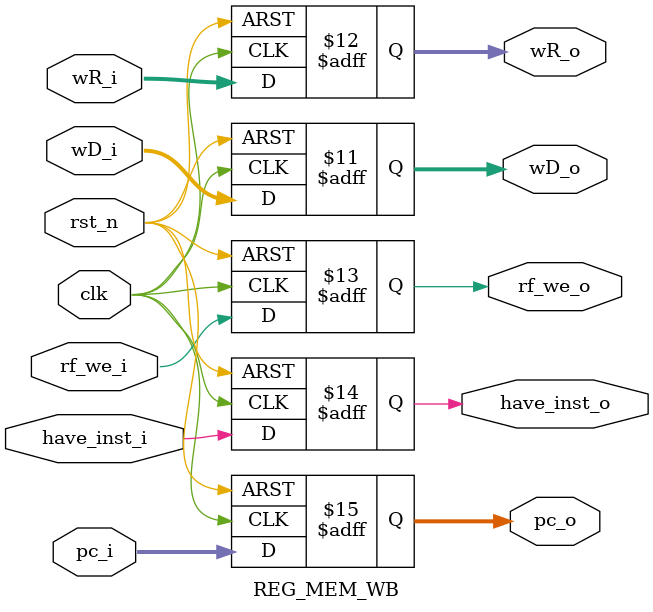
<source format=v>
module REG_MEM_WB (
    input  wire        clk        ,
    input  wire        rst_n      ,

    input  wire        rf_we_i    ,
    output reg         rf_we_o    ,

    input  wire [4:0]  wR_i       ,
    output reg  [4:0]  wR_o       ,

    input  wire [31:0] wD_i       ,
    output reg  [31:0] wD_o       ,

    // debug
    input  wire [31:0] pc_i       ,
    output reg  [31:0] pc_o       ,

    input  wire        have_inst_i,
    output reg         have_inst_o
);

always @ (posedge clk or negedge rst_n) begin
    if (~rst_n) pc_o <= 32'b0;
    else        pc_o <= pc_i;
end

always @ (posedge clk or negedge rst_n) begin
    if (~rst_n) have_inst_o <= 1'b0;
    else        have_inst_o <= have_inst_i;
end

always @ (posedge clk or negedge rst_n) begin
    if (~rst_n) rf_we_o <= 1'b0;
    else        rf_we_o <= rf_we_i;
end

always @ (posedge clk or negedge rst_n) begin
    if (~rst_n) wR_o <= 5'b0;
    else        wR_o <= wR_i;
end

always @ (posedge clk or negedge rst_n) begin
    if (~rst_n) wD_o <= 32'b0;
    else        wD_o <= wD_i;
end

endmodule

</source>
